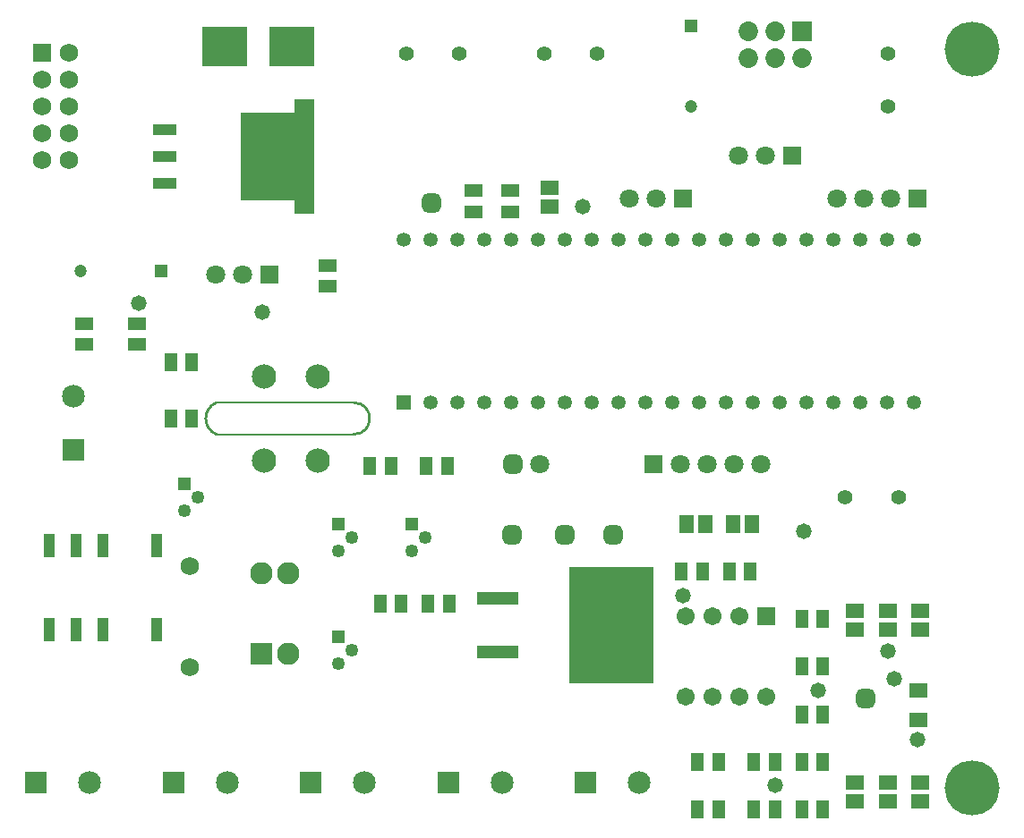
<source format=gbr>
%TF.GenerationSoftware,Altium Limited,Altium Designer,24.3.1 (35)*%
G04 Layer_Color=8388736*
%FSLAX45Y45*%
%MOMM*%
%TF.SameCoordinates,77145657-7363-482A-8684-523018AF0833*%
%TF.FilePolarity,Negative*%
%TF.FileFunction,Soldermask,Top*%
%TF.Part,Single*%
G01*
G75*
%TA.AperFunction,SMDPad,CuDef*%
%ADD17R,1.00000X2.20000*%
%ADD18C,6.29100*%
%ADD19R,2.16000X1.07000*%
%ADD20R,4.24000X3.81000*%
%TA.AperFunction,ComponentPad*%
%ADD34R,1.20000X1.20000*%
%ADD35C,1.20000*%
%ADD39C,1.35000*%
%ADD40R,1.35000X1.35000*%
%ADD42R,1.20000X1.20000*%
%TA.AperFunction,NonConductor*%
%ADD46C,0.20000*%
%ADD49C,0.25400*%
%TA.AperFunction,SMDPad,CuDef*%
%ADD53R,1.67320X1.36320*%
%ADD54R,1.15320X1.65320*%
%ADD55R,1.70320X1.45320*%
%ADD56R,1.65320X1.15320*%
%ADD57R,8.08320X11.04320*%
%ADD58R,3.98320X1.26320*%
%ADD59R,1.36320X1.67320*%
%TA.AperFunction,ViaPad*%
%ADD60C,5.20320*%
%TA.AperFunction,ComponentPad*%
%ADD61R,1.70320X1.70320*%
%ADD62C,1.70320*%
G04:AMPARAMS|DCode=63|XSize=1.8032mm|YSize=1.8032mm|CornerRadius=0.5016mm|HoleSize=0mm|Usage=FLASHONLY|Rotation=0.000|XOffset=0mm|YOffset=0mm|HoleType=Round|Shape=RoundedRectangle|*
%AMROUNDEDRECTD63*
21,1,1.80320,0.80000,0,0,0.0*
21,1,0.80000,1.80320,0,0,0.0*
1,1,1.00320,0.40000,-0.40000*
1,1,1.00320,-0.40000,-0.40000*
1,1,1.00320,-0.40000,0.40000*
1,1,1.00320,0.40000,0.40000*
%
%ADD63ROUNDEDRECTD63*%
%ADD64R,2.15320X2.15320*%
%ADD65C,2.15320*%
%ADD66C,1.75320*%
%ADD67C,1.25320*%
%ADD68R,1.25320X1.25320*%
%ADD69R,2.10820X2.10820*%
%ADD70C,2.10820*%
%ADD71R,2.15320X2.15320*%
%ADD72C,1.80320*%
%ADD73R,1.80320X1.80320*%
%ADD74C,2.30320*%
%ADD75C,1.40320*%
%ADD76R,1.75320X1.75320*%
%ADD77C,1.85320*%
%ADD78R,1.85320X1.85320*%
%TA.AperFunction,ViaPad*%
%ADD79C,1.47320*%
G36*
X3077908Y6040000D02*
X2886908D01*
Y6163500D01*
X2378908D01*
Y6996500D01*
X2886908D01*
Y7120000D01*
X3077908D01*
Y6040000D01*
D02*
G37*
D17*
X1584998Y2900002D02*
D03*
X1076998D02*
D03*
X822998D02*
D03*
X568998D02*
D03*
Y2099999D02*
D03*
X822998D02*
D03*
X1076998D02*
D03*
X1584998D02*
D03*
D18*
X2728410Y6580000D02*
D03*
D19*
X1660909Y6326000D02*
D03*
Y6580000D02*
D03*
Y6834000D02*
D03*
D20*
X2865910Y7617290D02*
D03*
X2228909D02*
D03*
D34*
X1631303Y5500002D02*
D03*
D35*
X868698D02*
D03*
X6642453Y7051312D02*
D03*
D39*
X3917999Y5793052D02*
D03*
X4171999D02*
D03*
X4425999D02*
D03*
X4679999D02*
D03*
X4933999D02*
D03*
X5187999D02*
D03*
X5441999D02*
D03*
X5695999D02*
D03*
X5949999D02*
D03*
X6203999D02*
D03*
X6457999D02*
D03*
X6711999D02*
D03*
X6965999D02*
D03*
X7219999D02*
D03*
X7473999D02*
D03*
X7727999D02*
D03*
X7981999D02*
D03*
X8235999D02*
D03*
X8489999D02*
D03*
X8743999D02*
D03*
Y4250002D02*
D03*
X8489999D02*
D03*
X8235999D02*
D03*
X7981999D02*
D03*
X7727999D02*
D03*
X7473999D02*
D03*
X7219999D02*
D03*
X6965999D02*
D03*
X6711999D02*
D03*
X6457999D02*
D03*
X6203999D02*
D03*
X5949999D02*
D03*
X5695999D02*
D03*
X5441999D02*
D03*
X5187999D02*
D03*
X4933999D02*
D03*
X4679999D02*
D03*
X4425999D02*
D03*
X4171999D02*
D03*
D40*
X3917999D02*
D03*
D42*
X6642453Y7813911D02*
D03*
D46*
X2150001Y3950003D02*
X3449998D01*
X2150001Y4250002D02*
X3449998D01*
D49*
X3450000Y3950000D02*
G03*
X3450000Y4250000I0J150000D01*
G01*
X2150000Y4250000D02*
G03*
X2150000Y3950000I62500J-150000D01*
G01*
D53*
X8501830Y479499D02*
D03*
Y654500D02*
D03*
X8188673Y479499D02*
D03*
Y654500D02*
D03*
Y2277499D02*
D03*
Y2102498D02*
D03*
X8501830Y2277499D02*
D03*
Y2102498D02*
D03*
X8809708Y2277499D02*
D03*
Y2102498D02*
D03*
Y479499D02*
D03*
Y654500D02*
D03*
X5300414Y6104715D02*
D03*
Y6279716D02*
D03*
D54*
X6700000Y849999D02*
D03*
X6899999D02*
D03*
X7432500D02*
D03*
X7232500D02*
D03*
X7688674D02*
D03*
X7888674D02*
D03*
Y1750002D02*
D03*
X7688674D02*
D03*
Y1299980D02*
D03*
X7888674D02*
D03*
X7688674Y2199998D02*
D03*
X7888674D02*
D03*
Y400002D02*
D03*
X7688674D02*
D03*
X6899999D02*
D03*
X6700000D02*
D03*
X7232500D02*
D03*
X7432500D02*
D03*
X6999999Y2650000D02*
D03*
X7199999D02*
D03*
X6550002D02*
D03*
X6750002D02*
D03*
X3900000Y2350001D02*
D03*
X3700000D02*
D03*
X4350002D02*
D03*
X4150002D02*
D03*
X1917500Y4099593D02*
D03*
X1717500D02*
D03*
X1917500Y4634502D02*
D03*
X1717500D02*
D03*
X3800000Y3649998D02*
D03*
X3600001D02*
D03*
X4134163D02*
D03*
X4334162D02*
D03*
D55*
X8788677Y1524998D02*
D03*
Y1249998D02*
D03*
D56*
X4933338Y6256414D02*
D03*
Y6056414D02*
D03*
X4583336Y6256414D02*
D03*
Y6056414D02*
D03*
X900001Y4799998D02*
D03*
Y4999998D02*
D03*
X1399797Y5000003D02*
D03*
Y4799998D02*
D03*
X3200001Y5549999D02*
D03*
Y5350000D02*
D03*
D57*
X5888937Y2142213D02*
D03*
D58*
X4813938Y1888213D02*
D03*
Y2396213D02*
D03*
D59*
X6773299Y3100002D02*
D03*
X6598303D02*
D03*
X7212912D02*
D03*
X7037911D02*
D03*
D60*
X9300000Y600000D02*
D03*
Y7600000D02*
D03*
D61*
X7348502Y2231002D02*
D03*
D62*
X7094502D02*
D03*
X6840502D02*
D03*
X6586502D02*
D03*
X7348502Y1469002D02*
D03*
X7094502D02*
D03*
X6840502D02*
D03*
X6586502D02*
D03*
D63*
X8288673Y1450002D02*
D03*
X4950001Y3000002D02*
D03*
X4952337Y3669500D02*
D03*
X5450000Y3000002D02*
D03*
X5900001D02*
D03*
X4183337Y6138914D02*
D03*
D64*
X3041998Y649999D02*
D03*
X441998D02*
D03*
X1750002D02*
D03*
X4342001D02*
D03*
X5641998D02*
D03*
D65*
X3549998D02*
D03*
X949998D02*
D03*
X2258002D02*
D03*
X4850001D02*
D03*
X800001Y4308000D02*
D03*
X6149998Y649999D02*
D03*
D66*
X1899999Y2700002D02*
D03*
Y1745999D02*
D03*
X500002Y7304001D02*
D03*
Y7050001D02*
D03*
Y6796001D02*
D03*
Y6542001D02*
D03*
X754002Y7558001D02*
D03*
Y7304001D02*
D03*
Y7050001D02*
D03*
Y6796001D02*
D03*
Y6542001D02*
D03*
D67*
X3300001Y1778841D02*
D03*
X3427001Y1905841D02*
D03*
X1850002Y3222999D02*
D03*
X1977002Y3349999D02*
D03*
X4000000Y2846002D02*
D03*
X4127000Y2973002D02*
D03*
X3300001Y2850000D02*
D03*
X3427001Y2977000D02*
D03*
D68*
X3300001Y2032841D02*
D03*
X1850002Y3476999D02*
D03*
X4000000Y3100002D02*
D03*
X3300001Y3104000D02*
D03*
D69*
X2573002Y1869001D02*
D03*
D70*
X2827002D02*
D03*
Y2631001D02*
D03*
X2573002D02*
D03*
D71*
X800001Y3800000D02*
D03*
D72*
X2140562Y5458498D02*
D03*
X2394562D02*
D03*
X8529450Y6178416D02*
D03*
X8275450D02*
D03*
X8021450D02*
D03*
X5206337Y3669500D02*
D03*
X6790855D02*
D03*
X6536855D02*
D03*
X7044855D02*
D03*
X7298855D02*
D03*
X6058294Y6178416D02*
D03*
X6312294D02*
D03*
X7086598Y6588788D02*
D03*
X7340598D02*
D03*
D73*
X2648562Y5458498D02*
D03*
X8783450Y6178416D02*
D03*
X6282855Y3669500D02*
D03*
X6566294Y6178416D02*
D03*
X7594598Y6588788D02*
D03*
D74*
X3107998Y4499999D02*
D03*
Y3700000D02*
D03*
X2599998D02*
D03*
Y4499999D02*
D03*
D75*
X8600001Y3349999D02*
D03*
X8100002D02*
D03*
X4450002Y7550000D02*
D03*
X3950003D02*
D03*
X5250000D02*
D03*
X5749999D02*
D03*
X8500001Y7050001D02*
D03*
Y7550000D02*
D03*
D76*
X500002Y7558001D02*
D03*
D77*
X7179338Y7511911D02*
D03*
X7433338D02*
D03*
X7179338Y7765911D02*
D03*
X7433338D02*
D03*
X7687338Y7511911D02*
D03*
D78*
Y7765911D02*
D03*
D79*
X8500000Y1900000D02*
D03*
X7710000Y3028780D02*
D03*
X7839540Y1527640D02*
D03*
X8563440Y1632258D02*
D03*
X6567000Y2426800D02*
D03*
X7432500Y625300D02*
D03*
X1417181Y5189081D02*
D03*
X5614500Y6104715D02*
D03*
X8784420Y1062820D02*
D03*
X2581740Y5103960D02*
D03*
%TF.MD5,9a5b95fc28ef393f66a865a369e78ced*%
M02*

</source>
